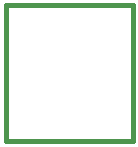
<source format=gko>
%FSLAX33Y33*%
%MOMM*%
%ADD10C,0.381*%
D10*
%LNpath-0*%
G01*
X-0025Y0D02*
X10775Y0D01*
X10775Y11500*
X-0025Y11500*
X-0025Y0*
%LNmechanical details_traces*%
M02*
</source>
